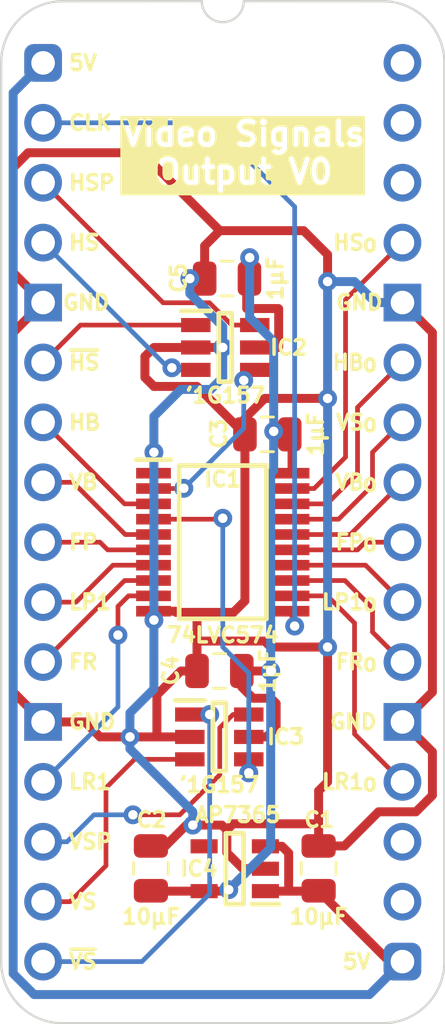
<source format=kicad_pcb>
(kicad_pcb (version 20241229) (generator "pcbnew") (generator_version "9.0")
  (title_block (title "Video Signals Output") (date "2024-02-27") (rev "V0"))
  (layers (0 "F.Cu" signal) (2 "B.Cu" signal) (13 "F.Paste" user) (15 "B.Paste" user) (5 "F.SilkS" user "F.Silkscreen") (7 "B.SilkS" user "B.Silkscreen") (1 "F.Mask" user) (3 "B.Mask" user) (25 "Edge.Cuts" user))
  (net 0 "")
  (net 1 "GND")
  (net 2 "5V")
  (net 3 "/3.3V")
  (net 5 "Horizontal Blank")
  (net 7 "First Pixel _{HALF CYCLE}")
  (net 8 "Vertical Sync _{HALF CYCLE}")
  (net 10 "Horizontal Sync _{HALF CYCLE}")
  (net 11 "Last Pixel + 1 _{HALF CYCLE}")
  (net 12 "/Vertical Sync _{SEL}")
  (net 13 "Last Pixel + 1")
  (net 14 "/Horizontal Sync _{SEL}")
  (net 15 "Horizontal Blank _{HALF CYCLE}")
  (net 16 "First Row _{HALF CYCLE}")
  (net 17 "First Pixel")
  (net 18 "Last Row + 1 _{HALF CYCLE}")
  (net 19 "CLK")
  (net 20 "Vertical Blank _{HALF CYCLE}")
  (net 21 "First Row")
  (net 22 "Vertical Blank")
  (net 23 "Last Row + 1")
  (net 24 "Horizontal Sync Polarity")
  (net 26 "Horizontal Sync")
  (net 27 "~{Horizontal Sync}")
  (net 28 "~{Vertical Sync}")
  (net 29 "Vertical Sync")
  (net 32 "Vertical Sync Polarity")
  (footprint "SamacSys_Parts:C_0805" (layer "F.Cu") (at 7.817 9.144 90)
    (property "Reference" "C5" (at 0.027 -2.075 270) (layer "F.SilkS") (effects (font (size 0.635 0.635))))
    (property "Value" "1μF" (at 0 2.032 90) (layer "F.SilkS") (effects (font (size 0.635 0.635))))
    (fp_line (start 0.735 0.245252) (end 0.735 -0.277252) (stroke (width 0.12)) (layer "F.SilkS"))
    (fp_line (start -0.735 0.245252) (end -0.735 -0.277252) (stroke (width 0.12)) (layer "F.SilkS"))
    (pad "1" smd roundrect (at 0 0.934 180) (size 1 1.45) (layers "F.Cu" "F.Mask" "F.Paste") (net 3 "/3.3V"))
    (pad "2" smd roundrect (at 0 -0.966 180) (size 1 1.45) (layers "F.Cu" "F.Mask" "F.Paste") (net 1 "GND"))
  )
  (footprint "SamacSys_Parts:SOP65P640X110-20N" (layer "F.Cu") (at 7.62 20.32)
    (property "Reference" "IC1" (at 0 -2.667 0) (layer "F.SilkS") (effects (font (size 0.635 0.635))))
    (property "Value" "74LVC574APW,118" (hide yes))
    (fp_line (start -3.675 -3.5) (end -2.2 -3.5) (stroke (width 0.2)) (layer "F.SilkS"))
    (fp_line (start -1.85 -3.25) (end 1.85 -3.25) (stroke (width 0.2)) (layer "F.SilkS"))
    (fp_line (start -1.85 3.25) (end -1.85 -3.25) (stroke (width 0.2)) (layer "F.SilkS"))
    (fp_line (start 1.85 -3.25) (end 1.85 3.25) (stroke (width 0.2)) (layer "F.SilkS"))
    (fp_line (start 1.85 3.25) (end -1.85 3.25) (stroke (width 0.2)) (layer "F.SilkS"))
    (fp_text user "${Silkscreen}" (at 0 3.937 0) (layer "F.SilkS") (effects (font (size 0.635 0.635))))
    (pad "1" smd rect (at -2.938 -2.925 90) (size 0.45 1.475) (layers "F.Cu" "F.Mask" "F.Paste") (net 1 "GND"))
    (pad "2" smd rect (at -2.938 -2.275 90) (size 0.45 1.475) (layers "F.Cu" "F.Mask" "F.Paste") (net 14 "/Horizontal Sync _{SEL}"))
    (pad "3" smd rect (at -2.938 -1.625 90) (size 0.45 1.475) (layers "F.Cu" "F.Mask" "F.Paste") (net 5 "Horizontal Blank"))
    (pad "4" smd rect (at -2.938 -0.975 90) (size 0.45 1.475) (layers "F.Cu" "F.Mask" "F.Paste") (net 12 "/Vertical Sync _{SEL}"))
    (pad "5" smd rect (at -2.938 -0.325 90) (size 0.45 1.475) (layers "F.Cu" "F.Mask" "F.Paste") (net 22 "Vertical Blank"))
    (pad "6" smd rect (at -2.938 0.325 90) (size 0.45 1.475) (layers "F.Cu" "F.Mask" "F.Paste") (net 17 "First Pixel"))
    (pad "7" smd rect (at -2.938 0.975 90) (size 0.45 1.475) (layers "F.Cu" "F.Mask" "F.Paste") (net 13 "Last Pixel + 1"))
    (pad "8" smd rect (at -2.938 1.625 90) (size 0.45 1.475) (layers "F.Cu" "F.Mask" "F.Paste") (net 21 "First Row"))
    (pad "9" smd rect (at -2.938 2.275 90) (size 0.45 1.475) (layers "F.Cu" "F.Mask" "F.Paste") (net 23 "Last Row + 1"))
    (pad "10" smd rect (at -2.938 2.925 90) (size 0.45 1.475) (layers "F.Cu" "F.Mask" "F.Paste") (net 1 "GND"))
    (pad "11" smd rect (at 2.938 2.925 90) (size 0.45 1.475) (layers "F.Cu" "F.Mask" "F.Paste") (net 19 "CLK"))
    (pad "12" smd rect (at 2.938 2.275 90) (size 0.45 1.475) (layers "F.Cu" "F.Mask" "F.Paste") (net 18 "Last Row + 1 _{HALF CYCLE}"))
    (pad "13" smd rect (at 2.938 1.625 90) (size 0.45 1.475) (layers "F.Cu" "F.Mask" "F.Paste") (net 16 "First Row _{HALF CYCLE}"))
    (pad "14" smd rect (at 2.938 0.975 90) (size 0.45 1.475) (layers "F.Cu" "F.Mask" "F.Paste") (net 11 "Last Pixel + 1 _{HALF CYCLE}"))
    (pad "15" smd rect (at 2.938 0.325 90) (size 0.45 1.475) (layers "F.Cu" "F.Mask" "F.Paste") (net 7 "First Pixel _{HALF CYCLE}"))
    (pad "16" smd rect (at 2.938 -0.325 90) (size 0.45 1.475) (layers "F.Cu" "F.Mask" "F.Paste") (net 20 "Vertical Blank _{HALF CYCLE}"))
    (pad "17" smd rect (at 2.938 -0.975 90) (size 0.45 1.475) (layers "F.Cu" "F.Mask" "F.Paste") (net 8 "Vertical Sync _{HALF CYCLE}"))
    (pad "18" smd rect (at 2.938 -1.625 90) (size 0.45 1.475) (layers "F.Cu" "F.Mask" "F.Paste") (net 15 "Horizontal Blank _{HALF CYCLE}"))
    (pad "19" smd rect (at 2.938 -2.275 90) (size 0.45 1.475) (layers "F.Cu" "F.Mask" "F.Paste") (net 10 "Horizontal Sync _{HALF CYCLE}"))
    (pad "20" smd rect (at 2.938 -2.925 90) (size 0.45 1.475) (layers "F.Cu" "F.Mask" "F.Paste") (net 3 "/3.3V"))
  )
  (footprint "SamacSys_Parts:C_0805" (layer "F.Cu") (at 9.525 15.748 90)
    (property "Reference" "C3" (at 0.027 -2.075 270) (layer "F.SilkS") (effects (font (size 0.635 0.635))))
    (property "Value" "1μF" (at 0 2.032 90) (layer "F.SilkS") (effects (font (size 0.635 0.635))))
    (fp_line (start 0.735 0.245252) (end 0.735 -0.277252) (stroke (width 0.12)) (layer "F.SilkS"))
    (fp_line (start -0.735 0.245252) (end -0.735 -0.277252) (stroke (width 0.12)) (layer "F.SilkS"))
    (pad "1" smd roundrect (at 0 0.934 180) (size 1 1.45) (layers "F.Cu" "F.Mask" "F.Paste") (net 3 "/3.3V"))
    (pad "2" smd roundrect (at 0 -0.966 180) (size 1 1.45) (layers "F.Cu" "F.Mask" "F.Paste") (net 1 "GND"))
  )
  (footprint "SamacSys_Parts:C_0805" (layer "F.Cu") (at 7.493 25.781 90)
    (property "Reference" "C4" (at 0.027 -2.075 270) (layer "F.SilkS") (effects (font (size 0.635 0.635))))
    (property "Value" "1μF" (at 0 2.032 90) (layer "F.SilkS") (effects (font (size 0.635 0.635))))
    (fp_line (start 0.735 0.245252) (end 0.735 -0.277252) (stroke (width 0.12)) (layer "F.SilkS"))
    (fp_line (start -0.735 0.245252) (end -0.735 -0.277252) (stroke (width 0.12)) (layer "F.SilkS"))
    (pad "1" smd roundrect (at 0 0.934 180) (size 1 1.45) (layers "F.Cu" "F.Mask" "F.Paste") (net 3 "/3.3V"))
    (pad "2" smd roundrect (at 0 -0.966 180) (size 1 1.45) (layers "F.Cu" "F.Mask" "F.Paste") (net 1 "GND"))
  )
  (footprint "SamacSys_Parts:DIP-32_Board_W15.24mm" (layer "F.Cu") (at 0 0)
    (property "Reference" "J1" (hide yes))
    (property "Value" "Conn_02x16_Counter_Clockwise" (hide yes))
    (fp_line (start -1.778 38.1) (end -1.778 0) (stroke (width 0.1)) (layer "Edge.Cuts"))
    (fp_line (start 6.731 -2.6162) (end 0.835732 -2.613732) (stroke (width 0.1)) (layer "Edge.Cuts"))
    (fp_line (start 14.404267 -2.613733) (end 8.509 -2.6162) (stroke (width 0.1)) (layer "Edge.Cuts"))
    (fp_line (start 14.404268 40.713732) (end 0.835733 40.713733) (stroke (width 0.1)) (layer "Edge.Cuts"))
    (fp_line (start 17.018 38.1) (end 17.017999 -0.000001) (stroke (width 0.1)) (layer "Edge.Cuts"))
    (fp_arc (start -1.778 0) (mid -1.012456 -1.848188) (end 0.835732 -2.613732) (stroke (width 0.1)) (layer "Edge.Cuts"))
    (fp_arc (start 0.835733 40.713733) (mid -1.012457 39.948189) (end -1.778 38.1) (stroke (width 0.1)) (layer "Edge.Cuts"))
    (fp_arc (start 8.509 -2.6162) (mid 7.62 -1.7272) (end 6.731 -2.6162) (stroke (width 0.1)) (layer "Edge.Cuts"))
    (fp_arc (start 14.404267 -2.613733) (mid 16.252457 -1.84819) (end 17.017999 -0.000001) (stroke (width 0.1)) (layer "Edge.Cuts"))
    (fp_arc (start 17.018 38.1) (mid 16.252456 39.948187) (end 14.404268 40.713732) (stroke (width 0.1)) (layer "Edge.Cuts"))
    (pad "1" thru_hole roundrect (at 0 0) (size 1.6 1.6) (drill 1) (layers "*.Cu" "*.Mask") (net 2 "5V"))
    (pad "2" thru_hole oval (at 0 2.54) (size 1.6 1.6) (drill 1) (layers "*.Cu" "*.Mask") (net 19 "CLK"))
    (pad "3" thru_hole oval (at 0 5.08) (size 1.6 1.6) (drill 1) (layers "*.Cu" "*.Mask") (net 24 "Horizontal Sync Polarity"))
    (pad "4" thru_hole oval (at 0 7.62) (size 1.6 1.6) (drill 1) (layers "*.Cu" "*.Mask") (net 26 "Horizontal Sync"))
    (pad "5" thru_hole rect (at 0 10.16) (size 1.6 1.6) (drill 1) (layers "*.Cu" "*.Mask") (net 1 "GND"))
    (pad "6" thru_hole oval (at 0 12.7) (size 1.6 1.6) (drill 1) (layers "*.Cu" "*.Mask") (net 27 "~{Horizontal Sync}"))
    (pad "7" thru_hole oval (at 0 15.24) (size 1.6 1.6) (drill 1) (layers "*.Cu" "*.Mask") (net 5 "Horizontal Blank"))
    (pad "8" thru_hole oval (at 0 17.78) (size 1.6 1.6) (drill 1) (layers "*.Cu" "*.Mask") (net 22 "Vertical Blank"))
    (pad "9" thru_hole oval (at 0 20.32) (size 1.6 1.6) (drill 1) (layers "*.Cu" "*.Mask") (net 17 "First Pixel"))
    (pad "10" thru_hole oval (at 0 22.86) (size 1.6 1.6) (drill 1) (layers "*.Cu" "*.Mask") (net 13 "Last Pixel + 1"))
    (pad "11" thru_hole oval (at 0 25.4) (size 1.6 1.6) (drill 1) (layers "*.Cu" "*.Mask") (net 21 "First Row"))
    (pad "12" thru_hole rect (at 0 27.94) (size 1.6 1.6) (drill 1) (layers "*.Cu" "*.Mask") (net 1 "GND"))
    (pad "13" thru_hole oval (at 0 30.48) (size 1.6 1.6) (drill 1) (layers "*.Cu" "*.Mask") (net 23 "Last Row + 1"))
    (pad "14" thru_hole oval (at 0 33.02) (size 1.6 1.6) (drill 1) (layers "*.Cu" "*.Mask") (net 32 "Vertical Sync Polarity"))
    (pad "15" thru_hole oval (at 0 35.56) (size 1.6 1.6) (drill 1) (layers "*.Cu" "*.Mask") (net 29 "Vertical Sync"))
    (pad "16" thru_hole oval (at 0 38.1) (size 1.6 1.6) (drill 1) (layers "*.Cu" "*.Mask") (net 28 "~{Vertical Sync}"))
    (pad "17" thru_hole roundrect (at 15.24 38.1) (size 1.6 1.6) (drill 1) (layers "*.Cu" "*.Mask") (net 2 "5V"))
    (pad "18" thru_hole oval (at 15.24 35.56 180) (size 1.6 1.6) (drill 1) (layers "*.Cu" "*.Mask"))
    (pad "19" thru_hole oval (at 15.24 33.02 180) (size 1.6 1.6) (drill 1) (layers "*.Cu" "*.Mask"))
    (pad "20" thru_hole oval (at 15.24 30.48 180) (size 1.6 1.6) (drill 1) (layers "*.Cu" "*.Mask") (net 18 "Last Row + 1 _{HALF CYCLE}"))
    (pad "21" thru_hole rect (at 15.24 27.94) (size 1.6 1.6) (drill 1) (layers "*.Cu" "*.Mask") (net 1 "GND"))
    (pad "22" thru_hole oval (at 15.24 25.4) (size 1.6 1.6) (drill 1) (layers "*.Cu" "*.Mask") (net 16 "First Row _{HALF CYCLE}"))
    (pad "23" thru_hole oval (at 15.24 22.86) (size 1.6 1.6) (drill 1) (layers "*.Cu" "*.Mask") (net 11 "Last Pixel + 1 _{HALF CYCLE}"))
    (pad "24" thru_hole oval (at 15.24 20.32) (size 1.6 1.6) (drill 1) (layers "*.Cu" "*.Mask") (net 7 "First Pixel _{HALF CYCLE}"))
    (pad "25" thru_hole oval (at 15.24 17.78) (size 1.6 1.6) (drill 1) (layers "*.Cu" "*.Mask") (net 20 "Vertical Blank _{HALF CYCLE}"))
    (pad "26" thru_hole oval (at 15.24 15.24) (size 1.6 1.6) (drill 1) (layers "*.Cu" "*.Mask") (net 8 "Vertical Sync _{HALF CYCLE}"))
    (pad "27" thru_hole oval (at 15.24 12.7) (size 1.6 1.6) (drill 1) (layers "*.Cu" "*.Mask") (net 15 "Horizontal Blank _{HALF CYCLE}"))
    (pad "28" thru_hole rect (at 15.24 10.16) (size 1.6 1.6) (drill 1) (layers "*.Cu" "*.Mask") (net 1 "GND"))
    (pad "29" thru_hole oval (at 15.24 7.62) (size 1.6 1.6) (drill 1) (layers "*.Cu" "*.Mask") (net 10 "Horizontal Sync _{HALF CYCLE}"))
    (pad "30" thru_hole oval (at 15.24 5.08) (size 1.6 1.6) (drill 1) (layers "*.Cu" "*.Mask"))
    (pad "31" thru_hole oval (at 15.24 2.54) (size 1.6 1.6) (drill 1) (layers "*.Cu" "*.Mask"))
    (pad "32" thru_hole oval (at 15.24 0) (size 1.6 1.6) (drill 1) (layers "*.Cu" "*.Mask"))
  )
  (footprint "SamacSys_Parts:C_0805" (layer "F.Cu") (at 4.572 34.162999)
    (property "Reference" "C2" (at 0.027 -2.075 180) (layer "F.SilkS") (effects (font (size 0.635 0.635))))
    (property "Value" "10µF" (at 0 2.032 0) (layer "F.SilkS") (effects (font (size 0.635 0.635))))
    (fp_line (start -0.735 0.245252) (end -0.735 -0.277252) (stroke (width 0.12)) (layer "F.SilkS"))
    (fp_line (start 0.735 0.245252) (end 0.735 -0.277252) (stroke (width 0.12)) (layer "F.SilkS"))
    (pad "1" smd roundrect (at 0 0.934 90) (size 1 1.45) (layers "F.Cu" "F.Mask" "F.Paste") (net 3 "/3.3V"))
    (pad "2" smd roundrect (at 0 -0.966 90) (size 1 1.45) (layers "F.Cu" "F.Mask" "F.Paste") (net 1 "GND"))
  )
  (footprint "SamacSys_Parts:C_0805" (layer "F.Cu") (at 11.683999 34.163)
    (property "Reference" "C1" (at 0.027 -2.075 180) (layer "F.SilkS") (effects (font (size 0.635 0.635))))
    (property "Value" "10µF" (at 0 2.032 0) (layer "F.SilkS") (effects (font (size 0.635 0.635))))
    (fp_line (start -0.735 0.245252) (end -0.735 -0.277252) (stroke (width 0.12)) (layer "F.SilkS"))
    (fp_line (start 0.735 0.245252) (end 0.735 -0.277252) (stroke (width 0.12)) (layer "F.SilkS"))
    (pad "1" smd roundrect (at 0 0.934 90) (size 1 1.45) (layers "F.Cu" "F.Mask" "F.Paste") (net 2 "5V"))
    (pad "2" smd roundrect (at 0 -0.966 90) (size 1 1.45) (layers "F.Cu" "F.Mask" "F.Paste") (net 1 "GND"))
  )
  (footprint "SamacSys_Parts:74LVC1G157GV125" (layer "F.Cu") (at 7.493 28.575)
    (property "Reference" "IC3" (at 2.794 0 0) (layer "F.SilkS") (effects (font (size 0.635 0.635))))
    (property "Value" "74LVC1G157GV,125" (hide yes))
    (fp_line (start -1.896 -1.55) (end -0.646 -1.55) (stroke (width 0.2)) (layer "F.SilkS"))
    (fp_line (start -0.296 -1.45) (end 0.254 -1.45) (stroke (width 0.2)) (layer "F.SilkS"))
    (fp_line (start -0.296 1.45) (end -0.296 -1.45) (stroke (width 0.2)) (layer "F.SilkS"))
    (fp_line (start 0.254 -1.45) (end 0.254 1.45) (stroke (width 0.2)) (layer "F.SilkS"))
    (fp_line (start 0.254 1.45) (end -0.296 1.45) (stroke (width 0.2)) (layer "F.SilkS"))
    (fp_text user "${Silkscreen}" (at -0.021 2.032 0) (layer "F.SilkS") (effects (font (size 0.635 0.635))))
    (pad "1" smd rect (at -1.271 -0.95 90) (size 0.6 1.25) (layers "F.Cu" "F.Mask" "F.Paste") (net 28 "~{Vertical Sync}"))
    (pad "2" smd rect (at -1.271 0 90) (size 0.6 1.25) (layers "F.Cu" "F.Mask" "F.Paste") (net 1 "GND"))
    (pad "3" smd rect (at -1.271 0.95 90) (size 0.6 1.25) (layers "F.Cu" "F.Mask" "F.Paste") (net 29 "Vertical Sync"))
    (pad "4" smd rect (at 1.229 0.95 90) (size 0.6 1.25) (layers "F.Cu" "F.Mask" "F.Paste") (net 12 "/Vertical Sync _{SEL}"))
    (pad "5" smd rect (at 1.229 0 90) (size 0.6 1.25) (layers "F.Cu" "F.Mask" "F.Paste") (net 3 "/3.3V"))
    (pad "6" smd rect (at 1.229 -0.95 90) (size 0.6 1.25) (layers "F.Cu" "F.Mask" "F.Paste") (net 32 "Vertical Sync Polarity"))
  )
  (footprint "SamacSys_Parts:SOT95P285X130-5N" (layer "F.Cu") (at 8.128 34.163 180)
    (property "Reference" "IC4" (at 1.524 0 180) (layer "F.SilkS") (effects (font (size 0.635 0.635))))
    (property "Value" "AP7365-33WG-7" (hide yes))
    (property "Silkscreen" "AP7365" (at -0.127 2.286 180) (layer "F.SilkS") (effects (font (size 0.635 0.635))))
    (fp_line (start 0.375 1.5) (end -0.375 1.5) (stroke (width 0.2)) (layer "F.SilkS"))
    (fp_line (start 0.375 -1.5) (end 0.375 1.5) (stroke (width 0.2)) (layer "F.SilkS"))
    (fp_line (start -0.375 1.5) (end -0.375 -1.5) (stroke (width 0.2)) (layer "F.SilkS"))
    (fp_line (start -0.375 -1.5) (end 0.375 -1.5) (stroke (width 0.2)) (layer "F.SilkS"))
    (fp_line (start -1.875 -1.5) (end -0.725 -1.5) (stroke (width 0.2)) (layer "F.SilkS"))
    (pad "1" smd rect (at -1.3 -0.95 270) (size 0.6 1.15) (layers "F.Cu" "F.Mask" "F.Paste") (net 2 "5V"))
    (pad "2" smd rect (at -1.3 0 270) (size 0.6 1.15) (layers "F.Cu" "F.Mask" "F.Paste") (net 1 "GND"))
    (pad "3" smd rect (at -1.3 0.95 270) (size 0.6 1.15) (layers "F.Cu" "F.Mask" "F.Paste") (net 2 "5V"))
    (pad "4" smd rect (at 1.3 0.95 270) (size 0.6 1.15) (layers "F.Cu" "F.Mask" "F.Paste"))
    (pad "5" smd rect (at 1.3 -0.95 270) (size 0.6 1.15) (layers "F.Cu" "F.Mask" "F.Paste") (net 3 "/3.3V"))
  )
  (footprint "SamacSys_Parts:74LVC1G157GV125" (layer "F.Cu") (at 7.747 12.065)
    (property "Reference" "IC2" (at 2.667 0 0) (layer "F.SilkS") (effects (font (size 0.635 0.635))))
    (property "Value" "74LVC1G157GV,125" (hide yes))
    (fp_line (start -1.896 -1.55) (end -0.646 -1.55) (stroke (width 0.2)) (layer "F.SilkS"))
    (fp_line (start -0.296 -1.45) (end 0.254 -1.45) (stroke (width 0.2)) (layer "F.SilkS"))
    (fp_line (start -0.296 1.45) (end -0.296 -1.45) (stroke (width 0.2)) (layer "F.SilkS"))
    (fp_line (start 0.254 -1.45) (end 0.254 1.45) (stroke (width 0.2)) (layer "F.SilkS"))
    (fp_line (start 0.254 1.45) (end -0.296 1.45) (stroke (width 0.2)) (layer "F.SilkS"))
    (fp_text user "${Silkscreen}" (at -0.021 2.032 0) (layer "F.SilkS") (effects (font (size 0.635 0.635))))
    (pad "1" smd rect (at -1.271 -0.95 90) (size 0.6 1.25) (layers "F.Cu" "F.Mask" "F.Paste") (net 27 "~{Horizontal Sync}"))
    (pad "2" smd rect (at -1.271 0 90) (size 0.6 1.25) (layers "F.Cu" "F.Mask" "F.Paste") (net 1 "GND"))
    (pad "3" smd rect (at -1.271 0.95 90) (size 0.6 1.25) (layers "F.Cu" "F.Mask" "F.Paste") (net 26 "Horizontal Sync"))
    (pad "4" smd rect (at 1.229 0.95 90) (size 0.6 1.25) (layers "F.Cu" "F.Mask" "F.Paste") (net 14 "/Horizontal Sync _{SEL}"))
    (pad "5" smd rect (at 1.229 0 90) (size 0.6 1.25) (layers "F.Cu" "F.Mask" "F.Paste") (net 3 "/3.3V"))
    (pad "6" smd rect (at 1.229 -0.95 90) (size 0.6 1.25) (layers "F.Cu" "F.Mask" "F.Paste") (net 24 "Horizontal Sync Polarity"))
  )
  (footprint "SamacSys_Parts:PinHeader_1x16_P2.54mm_Vertical" (layer "B.Cu") (at 15.24 0.127 180)
    (property "Reference" "J3" (hide yes))
    (property "Value" "Pin_Header_01x16")
  )
  (footprint "SamacSys_Parts:PinHeader_1x16_P2.54mm_Vertical" (layer "B.Cu") (at 0 0 180)
    (property "Reference" "J2" (hide yes))
    (property "Value" "Pin_Header_01x16")
  )
  (gr_text "VB_{O}" (at 14.224 17.78 0) (layer "F.SilkS") (effects (font (size 0.635 0.635) (thickness 0.15) (bold yes)) (justify right)))
  (gr_text "GND" (at 0.762 10.16 0) (layer "F.SilkS") (effects (font (size 0.635 0.635) (thickness 0.15) (bold yes)) (justify left)))
  (gr_text "VB" (at 1.016 17.78 0) (layer "F.SilkS") (effects (font (size 0.635 0.635) (thickness 0.15) (bold yes)) (justify left)))
  (gr_text "~{HS}" (at 1.016 12.7 0) (layer "F.SilkS") (effects (font (size 0.635 0.635) (thickness 0.15) (bold yes)) (justify left)))
  (gr_text "FP" (at 1.016 20.32 0) (layer "F.SilkS") (effects (font (size 0.635 0.635) (thickness 0.15) (bold yes)) (justify left)))
  (gr_text "CLK" (at 1.016 2.54 0) (layer "F.SilkS") (effects (font (size 0.635 0.635) (thickness 0.15) (bold yes)) (justify left)))
  (gr_text "FR" (at 1.016 25.4 0) (layer "F.SilkS") (effects (font (size 0.635 0.635) (thickness 0.15) (bold yes)) (justify left)))
  (gr_text "HSP" (at 1.016 5.08 0) (layer "F.SilkS") (effects (font (size 0.635 0.635) (thickness 0.15) (bold yes)) (justify left)))
  (gr_text "FR_{O}" (at 14.224 25.4 0) (layer "F.SilkS") (effects (font (size 0.635 0.635) (thickness 0.15) (bold yes)) (justify right)))
  (gr_text "LP1_{O}" (at 14.224 22.86 0) (layer "F.SilkS") (effects (font (size 0.635 0.635) (thickness 0.15) (bold yes)) (justify right)))
  (gr_text "Video Signals\nOutput V0" (at 8.509 5.207 0) (layer "F.SilkS" knockout) (effects (font (size 1 1) (thickness 0.2) (bold yes)) (justify bottom)))
  (gr_text "HB_{O}" (at 14.224 12.7 0) (layer "F.SilkS") (effects (font (size 0.635 0.635) (thickness 0.15) (bold yes)) (justify right)))
  (gr_text "5V" (at 1.016 0 0) (layer "F.SilkS") (effects (font (size 0.635 0.635) (thickness 0.15) (bold yes)) (justify left)))
  (gr_text "VSP" (at 1.016 33.02 0) (layer "F.SilkS") (effects (font (size 0.635 0.635) (thickness 0.15) (bold yes)) (justify left)))
  (gr_text "GND" (at 14.478 10.16 0) (layer "F.SilkS") (effects (font (size 0.635 0.635) (thickness 0.15) (bold yes)) (justify right)))
  (gr_text "VS_{O}" (at 14.224 15.24 0) (layer "F.SilkS") (effects (font (size 0.635 0.635) (thickness 0.15) (bold yes)) (justify right)))
  (gr_text "VS" (at 1.016 35.56 0) (layer "F.SilkS") (effects (font (size 0.635 0.635) (thickness 0.15) (bold yes)) (justify left)))
  (gr_text "HB" (at 1.016 15.24 0) (layer "F.SilkS") (effects (font (size 0.635 0.635) (thickness 0.15) (bold yes)) (justify left)))
  (gr_text "LR1" (at 1.016 30.48 0) (layer "F.SilkS") (effects (font (size 0.635 0.635) (thickness 0.15) (bold yes)) (justify left)))
  (gr_text "~{VS}" (at 1.016 38.1 0) (layer "F.SilkS") (effects (font (size 0.635 0.635) (thickness 0.15) (bold yes)) (justify left)))
  (gr_text "HS" (at 1.016 7.62 0) (layer "F.SilkS") (effects (font (size 0.635 0.635) (thickness 0.15) (bold yes)) (justify left)))
  (gr_text "HS_{O}" (at 14.224 7.62 0) (layer "F.SilkS") (effects (font (size 0.635 0.635) (thickness 0.15) (bold yes)) (justify right)))
  (gr_text "LR1_{O}" (at 14.224 30.48 0) (layer "F.SilkS") (effects (font (size 0.635 0.635) (thickness 0.15) (bold yes)) (justify right)))
  (gr_text "LP1" (at 1.016 22.86 0) (layer "F.SilkS") (effects (font (size 0.635 0.635) (thickness 0.15) (bold yes)) (justify left)))
  (gr_text "GND" (at 1.016 27.94 0) (layer "F.SilkS") (effects (font (size 0.635 0.635) (thickness 0.15) (bold yes)) (justify left)))
  (gr_text "FP_{O}" (at 14.224 20.32 0) (layer "F.SilkS") (effects (font (size 0.635 0.635) (thickness 0.15) (bold yes)) (justify right)))
  (gr_text "GND" (at 14.224 27.94 0) (layer "F.SilkS") (effects (font (size 0.635 0.635) (thickness 0.15) (bold yes)) (justify right)))
  (gr_text "5V" (at 13.97 38.1 0) (layer "F.SilkS") (effects (font (size 0.635 0.635) (thickness 0.15) (bold yes)) (justify right)))
  (segment (start 11.683999 32.258) (end 11.684 30.861) (width 0.38) (layer "F.Cu") (net 1))
  (segment (start 4.699 13.716) (end 6.527 13.716) (width 0.38) (layer "F.Cu") (net 1))
  (segment (start 4.318 12.446) (end 4.318 13.335) (width 0.38) (layer "F.Cu") (net 1))
  (segment (start 6.527 25.781) (end 6.527 24.511) (width 0.38) (layer "F.Cu") (net 1))
  (segment (start 6.222 28.575) (end 4.826 28.575) (width 0.38) (layer "F.Cu") (net 1))
  (segment (start 6.527 24.511) (end 9.398 24.511) (width 0.38) (layer "F.Cu") (net 1))
  (segment (start 6.35 32.312998) (end 6.073002 32.312998) (width 0.38) (layer "F.Cu") (net 1))
  (segment (start 6.851 9.144) (end 6.851 7.754) (width 0.38) (layer "F.Cu") (net 1))
  (segment (start -0.635 3.81) (end 4.191 3.81) (width 0.38) (layer "F.Cu") (net 1))
  (segment (start 6.527 13.716) (end 8.559 15.748) (width 0.38) (layer "F.Cu") (net 1))
  (segment (start 4.191 3.81) (end 7.493 7.112) (width 0.38) (layer "F.Cu") (net 1))
  (segment (start 6.851 7.754) (end 7.493 7.112) (width 0.38) (layer "F.Cu") (net 1))
  (segment (start 7.582998 32.312998) (end 6.35 32.312998) (width 0.38) (layer "F.Cu") (net 1))
  (segment (start 9.652 24.765) (end 12.065 24.765) (width 0.38) (layer "F.Cu") (net 1))
  (segment (start 4.826 26.797) (end 5.842 25.781) (width 0.38) (layer "F.Cu") (net 1))
  (segment (start 0 10.16) (end -1.27 11.43) (width 0.38) (layer "F.Cu") (net 1))
  (segment (start 15.24 27.94) (end 16.51 29.21) (width 0.38) (layer "F.Cu") (net 1))
  (segment (start 4.826 28.575) (end 4.826 26.797) (width 0.38) (layer "F.Cu") (net 1))
  (segment (start 11.049 7.112) (end 12.065 8.128) (width 0.38) (layer "F.Cu") (net 1))
  (segment (start 5.588 23.241) (end 5.584 23.245) (width 0.38) (layer "F.Cu") (net 1))
  (segment (start 6.851 9.144) (end 6.223 9.144) (width 0.38) (layer "F.Cu") (net 1))
  (segment (start 8.473 34.163) (end 7.793 33.483) (width 0.38) (layer "F.Cu") (net 1))
  (segment (start 4.318 13.335) (end 4.699 13.716) (width 0.38) (layer "F.Cu") (net 1))
  (segment (start 5.189001 33.196999) (end 4.572 33.196999) (width 0.38) (layer "F.Cu") (net 1))
  (segment (start 14.224 31.75) (end 12.777 33.197) (width 0.38) (layer "F.Cu") (net 1))
  (segment (start 16.51 26.67) (end 15.24 27.94) (width 0.38) (layer "F.Cu") (net 1))
  (segment (start 6.527 24.511) (end 6.527 23.295) (width 0.38) (layer "F.Cu") (net 1))
  (segment (start -1.27 8.89) (end -1.27 4.445) (width 0.38) (layer "F.Cu") (net 1))
  (segment (start 16.51 11.43) (end 16.51 26.67) (width 0.38) (layer "F.Cu") (net 1))
  (segment (start 1.778 27.94) (end 2.412998 28.574998) (width 0.38) (layer "F.Cu") (net 1))
  (segment (start 7.793 33.483) (end 7.793 32.523) (width 0.38) (layer "F.Cu") (net 1))
  (segment (start 8.058 32.258) (end 7.793 32.523) (width 0.38) (layer "F.Cu") (net 1))
  (segment (start 12.065 30.48) (end 12.065 24.765) (width 0.38) (layer "F.Cu") (net 1))
  (segment (start 0 10.16) (end -1.27 8.89) (width 0.38) (layer "F.Cu") (net 1))
  (segment (start 4.699 12.065) (end 4.318 12.446) (width 0.38) (layer "F.Cu") (net 1))
  (segment (start 15.812915 31.75) (end 14.224 31.75) (width 0.38) (layer "F.Cu") (net 1))
  (segment (start 6.476 12.065) (end 4.699 12.065) (width 0.38) (layer "F.Cu") (net 1))
  (segment (start 11.683999 33.197) (end 11.683999 32.258) (width 0.38) (layer "F.Cu") (net 1))
  (segment (start 8.559 15.063) (end 9.398 14.224) (width 0.38) (layer "F.Cu") (net 1))
  (segment (start -1.27 4.445) (end -0.635 3.81) (width 0.38) (layer "F.Cu") (net 1))
  (segment (start -1.27 26.67) (end 0 27.94) (width 0.38) (layer "F.Cu") (net 1))
  (segment (start 9.428 34.163) (end 8.473 34.163) (width 0.38) (layer "F.Cu") (net 1))
  (segment (start 5.642 23.295) (end 5.588 23.241) (width 0.38) (layer "F.Cu") (net 1))
  (segment (start 8.559 22.81) (end 8.559 15.748) (width 0.38) (layer "F.Cu") (net 1))
  (segment (start 5.584 23.245) (end 4.682 23.245) (width 0.38) (layer "F.Cu") (net 1))
  (segment (start 12.065 8.128) (end 12.065 9.271) (width 0.38) (layer "F.Cu") (net 1))
  (segment (start 3.683006 28.575) (end 3.683004 28.574998) (width 0.38) (layer "F.Cu") (net 1))
  (segment (start 4.699 16.51) (end 4.699 17.378) (width 0.38) (layer "F.Cu") (net 1))
  (segment (start 11.684 30.861) (end 12.065 30.48) (width 0.38) (layer "F.Cu") (net 1))
  (segment (start 12.777 33.197) (end 11.683999 33.197) (width 0.38) (layer "F.Cu") (net 1))
  (segment (start 9.398 14.224) (end 12.065 14.224) (width 0.38) (layer "F.Cu") (net 1))
  (segment (start 16.51 31.052915) (end 15.812915 31.75) (width 0.38) (layer "F.Cu") (net 1))
  (segment (start 7.493 7.112) (end 11.049 7.112) (width 0.38) (layer "F.Cu") (net 1))
  (segment (start 4.826 28.575) (end 3.683006 28.575) (width 0.38) (layer "F.Cu") (net 1))
  (segment (start 8.074 23.295) (end 8.559 22.81) (width 0.38) (layer "F.Cu") (net 1))
  (segment (start 0 27.94) (end 1.778 27.94) (width 0.38) (layer "F.Cu") (net 1))
  (segment (start 6.527 23.295) (end 5.642 23.295) (width 0.38) (layer "F.Cu") (net 1))
  (segment (start 9.398 24.511) (end 9.652 24.765) (width 0.38) (layer "F.Cu") (net 1))
  (segment (start 11.683999 32.258) (end 8.058 32.258) (width 0.38) (layer "F.Cu") (net 1))
  (segment (start 7.793 32.523) (end 7.582998 32.312998) (width 0.38) (layer "F.Cu") (net 1))
  (segment (start 8.559 15.748) (end 8.559 15.063) (width 0.38) (layer "F.Cu") (net 1))
  (segment (start 5.842 25.781) (end 6.527 25.781) (width 0.38) (layer "F.Cu") (net 1))
  (segment (start -1.27 11.43) (end -1.27 26.67) (width 0.38) (layer "F.Cu") (net 1))
  (segment (start 6.476 12.065) (end 7.62 12.065) (width 0.38) (layer "F.Cu") (net 1))
  (segment (start 4.699 23.622) (end 4.699 23.262) (width 0.38) (layer "F.Cu") (net 1))
  (segment (start 6.527 23.295) (end 8.074 23.295) (width 0.38) (layer "F.Cu") (net 1))
  (segment (start 2.412998 28.574998) (end 3.683004 28.574998) (width 0.38) (layer "F.Cu") (net 1))
  (segment (start 6.073002 32.312998) (end 5.189001 33.196999) (width 0.38) (layer "F.Cu") (net 1))
  (segment (start 15.24 10.16) (end 16.51 11.43) (width 0.38) (layer "F.Cu") (net 1))
  (segment (start 16.51 29.21) (end 16.51 31.052915) (width 0.38) (layer "F.Cu") (net 1))
  (via (at 12.065 14.224) (size 0.8) (drill 0.4) (layers "F.Cu" "B.Cu") (net 1))
  (via (at 4.699 16.51) (size 0.8) (drill 0.4) (layers "F.Cu" "B.Cu") (net 1))
  (via (at 3.683004 28.574998) (size 0.8) (drill 0.4) (layers "F.Cu" "B.Cu") (net 1))
  (via (at 12.065 9.271) (size 0.8) (drill 0.4) (layers "F.Cu" "B.Cu") (net 1))
  (via (at 6.223 9.144) (size 0.8) (drill 0.4) (layers "F.Cu" "B.Cu") (net 1))
  (via (at 7.62 12.065) (size 0.8) (drill 0.4) (layers "F.Cu" "B.Cu") (net 1))
  (via (at 12.065 24.765) (size 0.8) (drill 0.4) (layers "F.Cu" "B.Cu") (net 1))
  (via (at 6.35 32.312998) (size 0.8) (drill 0.4) (layers "F.Cu" "B.Cu") (net 1))
  (via (at 4.699 23.622) (size 0.8) (drill 0.4) (layers "F.Cu" "B.Cu") (net 1))
  (segment (start 7.62 11.176) (end 6.223 9.779) (width 0.38) (layer "B.Cu") (net 1))
  (segment (start 12.065 9.271) (end 13.208 9.271) (width 0.38) (layer "B.Cu") (net 1))
  (segment (start 4.699 16.51) (end 4.699 14.986) (width 0.38) (layer "B.Cu") (net 1))
  (segment (start 12.065 24.765) (end 12.065 14.224) (width 0.38) (layer "B.Cu") (net 1))
  (segment (start 7.62 12.065) (end 7.62 11.176) (width 0.38) (layer "B.Cu") (net 1))
  (segment (start 12.065 9.271) (end 12.065 14.224) (width 0.38) (layer "B.Cu") (net 1))
  (segment (start 3.683004 28.574998) (end 3.683004 27.558996) (width 0.38) (layer "B.Cu") (net 1))
  (segment (start 5.842 13.843) (end 7.112 13.843) (width 0.38) (layer "B.Cu") (net 1))
  (segment (start 6.35 31.749997) (end 3.683004 29.083001) (width 0.38) (layer "B.Cu") (net 1))
  (segment (start 3.683004 27.558996) (end 4.699 26.543) (width 0.38) (layer "B.Cu") (net 1))
  (segment (start 7.62 13.335) (end 7.62 12.065) (width 0.38) (layer "B.Cu") (net 1))
  (segment (start 6.35 32.312998) (end 6.35 31.749997) (width 0.38) (layer "B.Cu") (net 1))
  (segment (start 4.699 14.986) (end 5.842 13.843) (width 0.38) (layer "B.Cu") (net 1))
  (segment (start 4.699 23.622) (end 4.699 16.51) (width 0.38) (layer "B.Cu") (net 1))
  (segment (start 7.112 13.843) (end 7.62 13.335) (width 0.38) (layer "B.Cu") (net 1))
  (segment (start 4.699 26.543) (end 4.699 23.622) (width 0.38) (layer "B.Cu") (net 1))
  (segment (start 3.683004 29.083001) (end 3.683004 28.574998) (width 0.38) (layer "B.Cu") (net 1))
  (segment (start 6.223 9.779) (end 6.223 9.144) (width 0.38) (layer "B.Cu") (net 1))
  (segment (start 14.097 10.16) (end 15.24 10.16) (width 0.38) (layer "B.Cu") (net 1))
  (segment (start 13.208 9.271) (end 14.097 10.16) (width 0.38) (layer "B.Cu") (net 1))
  (segment (start 9.428 33.213) (end 10.133 33.213) (width 0.38) (layer "F.Cu") (net 2))
  (segment (start 10.414 33.494) (end 10.414 35.113) (width 0.38) (layer "F.Cu") (net 2))
  (segment (start 10.414 35.113) (end 11.667999 35.113) (width 0.38) (layer "F.Cu") (net 2))
  (segment (start 10.414 35.113) (end 9.428 35.113) (width 0.38) (layer "F.Cu") (net 2))
  (segment (start 14.686999 38.1) (end 11.683999 35.097) (width 0.38) (layer "F.Cu") (net 2))
  (segment (start 10.133 33.213) (end 10.414 33.494) (width 0.38) (layer "F.Cu") (net 2))
  (segment (start -1.27 38.608) (end -0.381 39.497) (width 0.38) (layer "B.Cu") (net 2))
  (segment (start -0.381 39.497) (end 13.843 39.497) (width 0.38) (layer "B.Cu") (net 2))
  (segment (start -1.27 1.27) (end -1.27 38.608) (width 0.38) (layer "B.Cu") (net 2))
  (segment (start 13.843 39.497) (end 15.24 38.1) (width 0.38) (layer "B.Cu") (net 2))
  (segment (start 0 0) (end -1.27 1.27) (width 0.38) (layer "B.Cu") (net 2))
  (segment (start 8.427 26.461) (end 8.427 25.781) (width 0.38) (layer "F.Cu") (net 3))
  (segment (start 10.558 17.395) (end 10.558 15.847) (width 0.38) (layer "F.Cu") (net 3))
  (segment (start 9.981 12.065) (end 9.991 12.055) (width 0.38) (layer "F.Cu") (net 3))
  (segment (start 6.828 35.113) (end 7.813 35.113) (width 0.38) (layer "F.Cu") (net 3))
  (segment (start 9.477 28.575) (end 9.882 28.17) (width 0.38) (layer "F.Cu") (net 3))
  (segment (start 8.976 12.065) (end 9.981 12.065) (width 0.38) (layer "F.Cu") (net 3))
  (segment (start 8.636 10.414) (end 8.636 9.259) (width 0.38) (layer "F.Cu") (net 3))
  (segment (start 9.882 27.154) (end 9.663 26.935) (width 0.38) (layer "F.Cu") (net 3))
  (segment (start 9.905996 15.748) (end 9.779 15.621004) (width 0.38) (layer "F.Cu") (net 3))
  (segment (start 8.901 26.935) (end 8.427 26.461) (width 0.38) (layer "F.Cu") (net 3))
  (segment (start 8.722 28.575) (end 9.477 28.575) (width 0.38) (layer "F.Cu") (net 3))
  (segment (start 8.760125 8.255) (end 8.760125 9.134875) (width 0.38) (layer "F.Cu") (net 3))
  (segment (start 9.991 12.055) (end 9.991 10.425) (width 0.38) (layer "F.Cu") (net 3))
  (segment (start 6.828 35.113) (end 4.588001 35.113) (width 0.38) (layer "F.Cu") (net 3))
  (segment (start 9.663 26.935) (end 8.901 26.935) (width 0.38) (layer "F.Cu") (net 3))
  (segment (start 9.98 10.414) (end 8.636 10.414) (width 0.38) (layer "F.Cu") (net 3))
  (segment (start 7.813 35.113) (end 7.874 35.052) (width 0.38) (layer "F.Cu") (net 3))
  (segment (start 9.652 25.781) (end 8.427 25.781) (width 0.38) (layer "F.Cu") (net 3))
  (segment (start 9.991 10.425) (end 9.98 10.414) (width 0.38) (layer "F.Cu") (net 3))
  (segment (start 9.882 28.17) (end 9.882 27.154) (width 0.38) (layer "F.Cu") (net 3))
  (segment (start 10.459 15.748) (end 9.905996 15.748) (width 0.38) (layer "F.Cu") (net 3))
  (via (at 9.652 25.781) (size 0.8) (drill 0.4) (layers "F.Cu" "B.Cu") (net 3))
  (via (at 9.779 15.621004) (size 0.8) (drill 0.4) (layers "F.Cu" "B.Cu") (net 3))
  (via (at 7.874 35.052) (size 0.8) (drill 0.4) (layers "F.Cu" "B.Cu") (net 3))
  (via (at 8.760125 8.255) (size 0.8) (drill 0.4) (layers "F.Cu" "B.Cu") (net 3))
  (segment (start 9.779 15.621004) (end 9.779 17.272) (width 0.38) (layer "B.Cu") (net 3))
  (segment (start 9.652 17.399) (end 9.652 25.781) (width 0.38) (layer "B.Cu") (net 3))
  (segment (start 9.779 11.811) (end 8.760125 10.792125) (width 0.38) (layer "B.Cu") (net 3))
  (segment (start 9.779 17.272) (end 9.652 17.399) (width 0.38) (layer "B.Cu") (net 3))
  (segment (start 9.652 33.274) (end 9.652 25.781) (width 0.38) (layer "B.Cu") (net 3))
  (segment (start 9.779 15.621004) (end 9.779 11.811) (width 0.38) (layer "B.Cu") (net 3))
  (segment (start 8.760125 10.792125) (end 8.760125 8.255) (width 0.38) (layer "B.Cu") (net 3))
  (segment (start 7.874 35.052) (end 9.652 33.274) (width 0.38) (layer "B.Cu") (net 3))
  (segment (start 3.455 18.695) (end 4.682 18.695) (width 0.2) (layer "F.Cu") (net 5))
  (segment (start 0 15.24) (end 3.455 18.695) (width 0.2) (layer "F.Cu") (net 5))
  (segment (start 13.335 20.645) (end 10.558 20.645) (width 0.2) (layer "F.Cu") (net 7))
  (segment (start 15.24 20.32) (end 13.66 20.32) (width 0.2) (layer "F.Cu") (net 7))
  (segment (start 13.66 20.32) (end 13.335 20.645) (width 0.2) (layer "F.Cu") (net 7))
  (segment (start 13.97 16.51) (end 15.24 15.24) (width 0.2) (layer "F.Cu") (net 8))
  (segment (start 10.558 19.345) (end 12.532 19.345) (width 0.2) (layer "F.Cu") (net 8))
  (segment (start 12.532 19.345) (end 13.97 17.907) (width 0.2) (layer "F.Cu") (net 8))
  (segment (start 13.97 17.907) (end 13.97 16.51) (width 0.2) (layer "F.Cu") (net 8))
  (segment (start 12.827 16.7135) (end 12.827 10.033) (width 0.2) (layer "F.Cu") (net 10))
  (segment (start 11.4955 18.045) (end 12.827 16.7135) (width 0.2) (layer "F.Cu") (net 10))
  (segment (start 12.827 10.033) (end 15.24 7.62) (width 0.2) (layer "F.Cu") (net 10))
  (segment (start 10.558 18.045) (end 11.4955 18.045) (width 0.2) (layer "F.Cu") (net 10))
  (segment (start 13.675 21.295) (end 10.558 21.295) (width 0.2) (layer "F.Cu") (net 11))
  (segment (start 15.24 22.86) (end 13.675 21.295) (width 0.2) (layer "F.Cu") (net 11))
  (segment (start 4.682 19.345) (end 7.579 19.345) (width 0.2) (layer "F.Cu") (net 12))
  (segment (start 7.579 19.345) (end 7.62 19.304) (width 0.2) (layer "F.Cu") (net 12))
  (segment (start 8.722 29.525) (end 8.722 30.099) (width 0.2) (layer "F.Cu") (net 12))
  (via (at 7.62 19.304) (size 0.8) (drill 0.4) (layers "F.Cu" "B.Cu") (net 12))
  (via (at 8.722 30.099) (size 0.8) (drill 0.4) (layers "F.Cu" "B.Cu") (net 12))
  (segment (start 8.722 25.867) (end 7.62 24.765) (width 0.2) (layer "B.Cu") (net 12))
  (segment (start 8.722 30.099) (end 8.722 25.867) (width 0.2) (layer "B.Cu") (net 12))
  (segment (start 7.62 24.765) (end 7.62 19.304) (width 0.2) (layer "B.Cu") (net 12))
  (segment (start 0 22.86) (end 1.397 22.86) (width 0.2) (layer "F.Cu") (net 13))
  (segment (start 2.962 21.295) (end 4.281 21.295) (width 0.2) (layer "F.Cu") (net 13))
  (segment (start 1.397 22.86) (end 2.962 21.295) (width 0.2) (layer "F.Cu") (net 13))
  (segment (start 8.529 13.462) (end 8.509 13.462) (width 0.2) (layer "F.Cu") (net 14))
  (segment (start 8.976 13.015) (end 8.529 13.462) (width 0.2) (layer "F.Cu") (net 14))
  (segment (start 5.958 18.045) (end 5.969 18.034) (width 0.2) (layer "F.Cu") (net 14))
  (segment (start 4.682 18.045) (end 5.958 18.045) (width 0.2) (layer "F.Cu") (net 14))
  (via (at 8.509 13.462) (size 0.8) (drill 0.4) (layers "F.Cu" "B.Cu") (net 14))
  (via (at 5.969 18.034) (size 0.8) (drill 0.4) (layers "F.Cu" "B.Cu") (net 14))
  (segment (start 8.509 15.494) (end 5.969 18.034) (width 0.2) (layer "B.Cu") (net 14))
  (segment (start 8.509 13.462) (end 8.509 15.494) (width 0.2) (layer "B.Cu") (net 14))
  (segment (start 13.335 17.399) (end 13.335 14.605) (width 0.2) (layer "F.Cu") (net 15))
  (segment (start 10.558 18.695) (end 12.039 18.695) (width 0.2) (layer "F.Cu") (net 15))
  (segment (start 12.039 18.695) (end 13.335 17.399) (width 0.2) (layer "F.Cu") (net 15))
  (segment (start 13.335 14.605) (end 15.24 12.7) (width 0.2) (layer "F.Cu") (net 15))
  (segment (start 12.801 21.945) (end 13.97 23.114) (width 0.2) (layer "F.Cu") (net 16))
  (segment (start 10.558 21.945) (end 12.801 21.945) (width 0.2) (layer "F.Cu") (net 16))
  (segment (start 13.97 24.13) (end 15.24 25.4) (width 0.2) (layer "F.Cu") (net 16))
  (segment (start 13.97 23.114) (end 13.97 24.13) (width 0.2) (layer "F.Cu") (net 16))
  (segment (start 2.413 20.32) (end 2.738 20.645) (width 0.2) (layer "F.Cu") (net 17))
  (segment (start 0 20.32) (end 2.413 20.32) (width 0.2) (layer "F.Cu") (net 17))
  (segment (start 2.738 20.645) (end 4.682 20.645) (width 0.2) (layer "F.Cu") (net 17))
  (segment (start 15.24 30.48) (end 13.208 28.448) (width 0.2) (layer "F.Cu") (net 18))
  (segment (start 12.054 22.595) (end 10.558 22.595) (width 0.2) (layer "F.Cu") (net 18))
  (segment (start 13.208 23.749) (end 12.054 22.595) (width 0.2) (layer "F.Cu") (net 18))
  (segment (start 13.208 28.448) (end 13.208 23.749) (width 0.2) (layer "F.Cu") (net 18))
  (segment (start 10.558 23.245) (end 10.558 23.766) (width 0.2) (layer "F.Cu") (net 19))
  (segment (start 10.558 23.766) (end 10.668 23.876) (width 0.2) (layer "F.Cu") (net 19))
  (via (at 10.668 23.876) (size 0.8) (drill 0.4) (layers "F.Cu" "B.Cu") (net 19))
  (segment (start 7.112 2.54) (end 0 2.54) (width 0.2) (layer "B.Cu") (net 19))
  (segment (start 10.668 6.096) (end 7.112 2.54) (width 0.2) (layer "B.Cu") (net 19))
  (segment (start 10.668 23.876) (end 10.668 6.096) (width 0.2) (layer "B.Cu") (net 19))
  (segment (start 15.24 17.78) (end 13.025 19.995) (width 0.2) (layer "F.Cu") (net 20))
  (segment (start 13.025 19.995) (end 10.558 19.995) (width 0.2) (layer "F.Cu") (net 20))
  (segment (start 0 25.4) (end 3.455 21.945) (width 0.2) (layer "F.Cu") (net 21))
  (segment (start 3.455 21.945) (end 4.281 21.945) (width 0.2) (layer "F.Cu") (net 21))
  (segment (start 3.485 19.995) (end 4.682 19.995) (width 0.2) (layer "F.Cu") (net 22))
  (segment (start 1.27 17.78) (end 3.485 19.995) (width 0.2) (layer "F.Cu") (net 22))
  (segment (start 0 17.78) (end 1.27 17.78) (width 0.2) (layer "F.Cu") (net 22))
  (segment (start 3.621857 22.595) (end 3.175 23.041857) (width 0.2) (layer "F.Cu") (net 23))
  (segment (start 4.281 22.595) (end 3.621857 22.595) (width 0.2) (layer "F.Cu") (net 23))
  (segment (start 3.175 23.041857) (end 3.175 24.257) (width 0.2) (layer "F.Cu") (net 23))
  (via (at 3.175 24.257) (size 0.8) (drill 0.4) (layers "F.Cu" "B.Cu") (net 23))
  (segment (start 0 30.48) (end 3.175 27.305) (width 0.2) (layer "B.Cu") (net 23))
  (segment (start 3.175 27.305) (end 3.175 24.257) (width 0.2) (layer "B.Cu") (net 23))
  (segment (start 8.976 11.115) (end 8.001 11.115) (width 0.2) (layer "F.Cu") (net 24))
  (segment (start 7.055 10.169) (end 5.089 10.169) (width 0.2) (layer "F.Cu") (net 24))
  (segment (start 8.001 11.115) (end 7.055 10.169) (width 0.2) (layer "F.Cu") (net 24))
  (segment (start 5.089 10.169) (end 0 5.08) (width 0.2) (layer "F.Cu") (net 24))
  (segment (start 6.476 13.015) (end 5.549994 13.015) (width 0.2) (layer "F.Cu") (net 26))
  (segment (start 5.549994 13.015) (end 5.460994 12.926) (width 0.2) (layer "F.Cu") (net 26))
  (via (at 5.460994 12.926) (size 0.8) (drill 0.4) (layers "F.Cu" "B.Cu") (net 26))
  (segment (start 5.306 12.926) (end 5.460994 12.926) (width 0.2) (layer "B.Cu") (net 26))
  (segment (start 0 7.62) (end 5.306 12.926) (width 0.2) (layer "B.Cu") (net 26))
  (segment (start 6.476 11.115) (end 1.585 11.115) (width 0.2) (layer "F.Cu") (net 27))
  (segment (start 1.585 11.115) (end 0 12.7) (width 0.2) (layer "F.Cu") (net 27))
  (segment (start 7.065537 27.625) (end 7.065543 27.624994) (width 0.2) (layer "F.Cu") (net 28))
  (segment (start 6.222 27.625) (end 7.065537 27.625) (width 0.2) (layer "F.Cu") (net 28))
  (via (at 7.065543 27.624994) (size 0.8) (drill 0.4) (layers "F.Cu" "B.Cu") (net 28))
  (segment (start 4.191 38.1) (end 7.065543 35.225457) (width 0.2) (layer "B.Cu") (net 28))
  (segment (start 7.065543 35.225457) (end 7.065543 27.624994) (width 0.2) (layer "B.Cu") (net 28))
  (segment (start 0 38.1) (end 4.191 38.1) (width 0.2) (layer "B.Cu") (net 28))
  (segment (start 2.667 30.734) (end 3.876 29.525) (width 0.2) (layer "F.Cu") (net 29))
  (segment (start 2.667 34.036) (end 2.667 30.734) (width 0.2) (layer "F.Cu") (net 29))
  (segment (start 6.222 29.525) (end 3.876 29.525) (width 0.2) (layer "F.Cu") (net 29))
  (segment (start 0 35.56) (end 1.143 35.56) (width 0.2) (layer "F.Cu") (net 29))
  (segment (start 1.143 35.56) (end 2.667 34.036) (width 0.2) (layer "F.Cu") (net 29))
  (segment (start 8.055487 27.625) (end 8.722 27.625) (width 0.2) (layer "F.Cu") (net 32))
  (segment (start 3.81 31.877) (end 5.796048 31.877) (width 0.2) (layer "F.Cu") (net 32))
  (segment (start 5.796048 31.877) (end 7.493 30.180048) (width 0.2) (layer "F.Cu") (net 32))
  (segment (start 7.493 30.180048) (end 7.493 28.187487) (width 0.2) (layer "F.Cu") (net 32))
  (segment (start 7.493 28.187487) (end 8.055487 27.625) (width 0.2) (layer "F.Cu") (net 32))
  (via (at 3.81 31.877) (size 0.8) (drill 0.4) (layers "F.Cu" "B.Cu") (net 32))
  (segment (start 2.159 31.877) (end 1.016 33.02) (width 0.2) (layer "B.Cu") (net 32))
  (segment (start 3.81 31.877) (end 2.159 31.877) (width 0.2) (layer "B.Cu") (net 32))
  (segment (start 1.016 33.02) (end 0 33.02) (width 0.2) (layer "B.Cu") (net 32))
)
</source>
